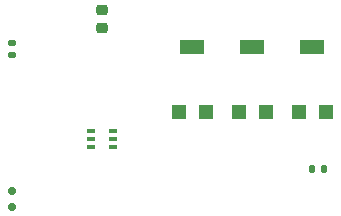
<source format=gbr>
%TF.GenerationSoftware,KiCad,Pcbnew,7.0.7*%
%TF.CreationDate,2023-09-26T16:23:54+08:00*%
%TF.ProjectId,led,6c65642e-6b69-4636-9164-5f7063625858,rev?*%
%TF.SameCoordinates,Original*%
%TF.FileFunction,Paste,Top*%
%TF.FilePolarity,Positive*%
%FSLAX46Y46*%
G04 Gerber Fmt 4.6, Leading zero omitted, Abs format (unit mm)*
G04 Created by KiCad (PCBNEW 7.0.7) date 2023-09-26 16:23:54*
%MOMM*%
%LPD*%
G01*
G04 APERTURE LIST*
G04 Aperture macros list*
%AMRoundRect*
0 Rectangle with rounded corners*
0 $1 Rounding radius*
0 $2 $3 $4 $5 $6 $7 $8 $9 X,Y pos of 4 corners*
0 Add a 4 corners polygon primitive as box body*
4,1,4,$2,$3,$4,$5,$6,$7,$8,$9,$2,$3,0*
0 Add four circle primitives for the rounded corners*
1,1,$1+$1,$2,$3*
1,1,$1+$1,$4,$5*
1,1,$1+$1,$6,$7*
1,1,$1+$1,$8,$9*
0 Add four rect primitives between the rounded corners*
20,1,$1+$1,$2,$3,$4,$5,0*
20,1,$1+$1,$4,$5,$6,$7,0*
20,1,$1+$1,$6,$7,$8,$9,0*
20,1,$1+$1,$8,$9,$2,$3,0*%
G04 Aperture macros list end*
%ADD10R,1.300000X1.300000*%
%ADD11R,2.000000X1.300000*%
%ADD12RoundRect,0.135000X0.135000X0.185000X-0.135000X0.185000X-0.135000X-0.185000X0.135000X-0.185000X0*%
%ADD13RoundRect,0.135000X-0.185000X0.135000X-0.185000X-0.135000X0.185000X-0.135000X0.185000X0.135000X0*%
%ADD14RoundRect,0.218750X0.256250X-0.218750X0.256250X0.218750X-0.256250X0.218750X-0.256250X-0.218750X0*%
%ADD15RoundRect,0.150000X0.200000X-0.150000X0.200000X0.150000X-0.200000X0.150000X-0.200000X-0.150000X0*%
%ADD16R,0.650000X0.400000*%
G04 APERTURE END LIST*
D10*
%TO.C,RV2*%
X52190000Y-45930000D03*
D11*
X53340000Y-40430000D03*
D10*
X54490000Y-45930000D03*
%TD*%
D12*
%TO.C,R2*%
X59440000Y-50800000D03*
X58420000Y-50800000D03*
%TD*%
D13*
%TO.C,R1*%
X33020000Y-40130000D03*
X33020000Y-41150000D03*
%TD*%
D14*
%TO.C,D1*%
X40640000Y-38887500D03*
X40640000Y-37312500D03*
%TD*%
D10*
%TO.C,RV1*%
X47110000Y-45930000D03*
D11*
X48260000Y-40430000D03*
D10*
X49410000Y-45930000D03*
%TD*%
D15*
%TO.C,D2*%
X33020000Y-52640000D03*
X33020000Y-54040000D03*
%TD*%
D10*
%TO.C,RV3*%
X57270000Y-45930000D03*
D11*
X58420000Y-40430000D03*
D10*
X59570000Y-45930000D03*
%TD*%
D16*
%TO.C,Q1*%
X39690000Y-47610000D03*
X39690000Y-48260000D03*
X39690000Y-48910000D03*
X41590000Y-48910000D03*
X41590000Y-48260000D03*
X41590000Y-47610000D03*
%TD*%
M02*

</source>
